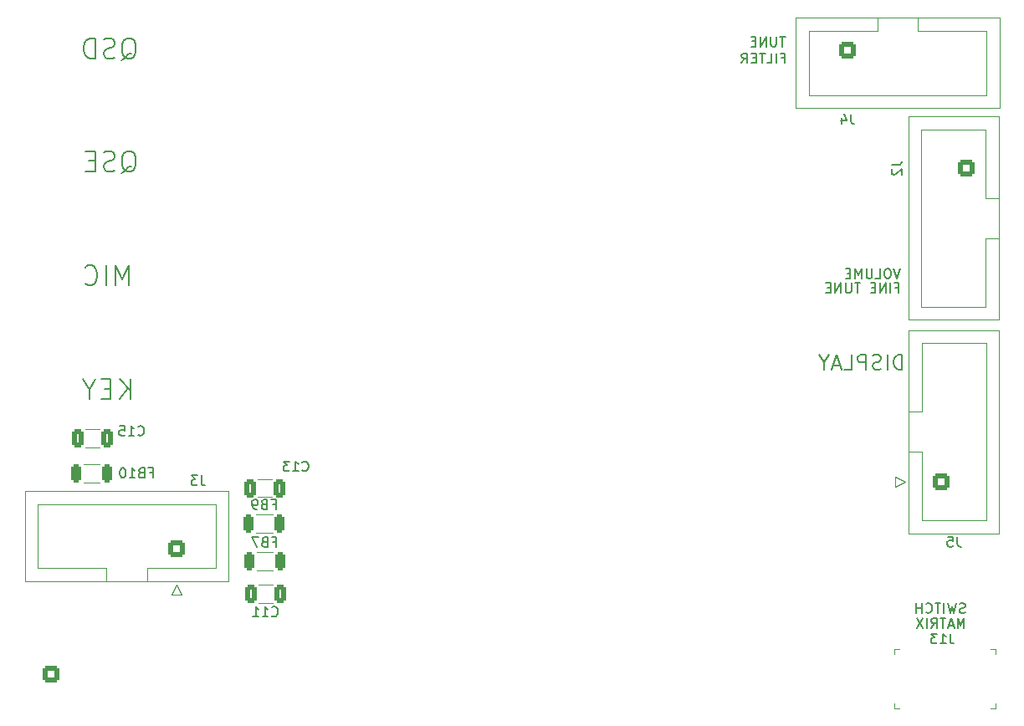
<source format=gbr>
G04 #@! TF.GenerationSoftware,KiCad,Pcbnew,8.0.4*
G04 #@! TF.CreationDate,2024-09-01T18:39:43-04:00*
G04 #@! TF.ProjectId,t41_2_main_board,7434315f-325f-46d6-9169-6e5f626f6172,1.0*
G04 #@! TF.SameCoordinates,Original*
G04 #@! TF.FileFunction,Legend,Bot*
G04 #@! TF.FilePolarity,Positive*
%FSLAX46Y46*%
G04 Gerber Fmt 4.6, Leading zero omitted, Abs format (unit mm)*
G04 Created by KiCad (PCBNEW 8.0.4) date 2024-09-01 18:39:43*
%MOMM*%
%LPD*%
G01*
G04 APERTURE LIST*
G04 Aperture macros list*
%AMRoundRect*
0 Rectangle with rounded corners*
0 $1 Rounding radius*
0 $2 $3 $4 $5 $6 $7 $8 $9 X,Y pos of 4 corners*
0 Add a 4 corners polygon primitive as box body*
4,1,4,$2,$3,$4,$5,$6,$7,$8,$9,$2,$3,0*
0 Add four circle primitives for the rounded corners*
1,1,$1+$1,$2,$3*
1,1,$1+$1,$4,$5*
1,1,$1+$1,$6,$7*
1,1,$1+$1,$8,$9*
0 Add four rect primitives between the rounded corners*
20,1,$1+$1,$2,$3,$4,$5,0*
20,1,$1+$1,$4,$5,$6,$7,0*
20,1,$1+$1,$6,$7,$8,$9,0*
20,1,$1+$1,$8,$9,$2,$3,0*%
G04 Aperture macros list end*
%ADD10C,0.150000*%
%ADD11C,0.120000*%
%ADD12C,0.100000*%
%ADD13C,2.100000*%
%ADD14C,1.700000*%
%ADD15RoundRect,0.250000X-0.600000X-0.600000X0.600000X-0.600000X0.600000X0.600000X-0.600000X0.600000X0*%
%ADD16R,1.600000X1.600000*%
%ADD17C,1.600000*%
%ADD18R,1.300000X1.300000*%
%ADD19C,1.300000*%
%ADD20RoundRect,0.250000X0.275000X0.700000X-0.275000X0.700000X-0.275000X-0.700000X0.275000X-0.700000X0*%
%ADD21RoundRect,0.250000X-0.325000X-0.650000X0.325000X-0.650000X0.325000X0.650000X-0.325000X0.650000X0*%
%ADD22RoundRect,0.250000X-0.600000X0.600000X-0.600000X-0.600000X0.600000X-0.600000X0.600000X0.600000X0*%
%ADD23RoundRect,0.250000X-0.275000X-0.700000X0.275000X-0.700000X0.275000X0.700000X-0.275000X0.700000X0*%
%ADD24RoundRect,0.250000X0.600000X0.600000X-0.600000X0.600000X-0.600000X-0.600000X0.600000X-0.600000X0*%
%ADD25RoundRect,0.250000X0.325000X0.650000X-0.325000X0.650000X-0.325000X-0.650000X0.325000X-0.650000X0*%
%ADD26RoundRect,0.250000X0.600000X-0.600000X0.600000X0.600000X-0.600000X0.600000X-0.600000X-0.600000X0*%
G04 APERTURE END LIST*
D10*
X173904287Y-58414009D02*
X174237620Y-58414009D01*
X174237620Y-58937819D02*
X174237620Y-57937819D01*
X174237620Y-57937819D02*
X173761430Y-57937819D01*
X173380477Y-58937819D02*
X173380477Y-57937819D01*
X172428097Y-58937819D02*
X172904287Y-58937819D01*
X172904287Y-58937819D02*
X172904287Y-57937819D01*
X172237620Y-57937819D02*
X171666192Y-57937819D01*
X171951906Y-58937819D02*
X171951906Y-57937819D01*
X171332858Y-58414009D02*
X170999525Y-58414009D01*
X170856668Y-58937819D02*
X171332858Y-58937819D01*
X171332858Y-58937819D02*
X171332858Y-57937819D01*
X171332858Y-57937819D02*
X170856668Y-57937819D01*
X169856668Y-58937819D02*
X170190001Y-58461628D01*
X170428096Y-58937819D02*
X170428096Y-57937819D01*
X170428096Y-57937819D02*
X170047144Y-57937819D01*
X170047144Y-57937819D02*
X169951906Y-57985438D01*
X169951906Y-57985438D02*
X169904287Y-58033057D01*
X169904287Y-58033057D02*
X169856668Y-58128295D01*
X169856668Y-58128295D02*
X169856668Y-58271152D01*
X169856668Y-58271152D02*
X169904287Y-58366390D01*
X169904287Y-58366390D02*
X169951906Y-58414009D01*
X169951906Y-58414009D02*
X170047144Y-58461628D01*
X170047144Y-58461628D02*
X170428096Y-58461628D01*
X174278877Y-56261419D02*
X173707449Y-56261419D01*
X173993163Y-57261419D02*
X173993163Y-56261419D01*
X173374115Y-56261419D02*
X173374115Y-57070942D01*
X173374115Y-57070942D02*
X173326496Y-57166180D01*
X173326496Y-57166180D02*
X173278877Y-57213800D01*
X173278877Y-57213800D02*
X173183639Y-57261419D01*
X173183639Y-57261419D02*
X172993163Y-57261419D01*
X172993163Y-57261419D02*
X172897925Y-57213800D01*
X172897925Y-57213800D02*
X172850306Y-57166180D01*
X172850306Y-57166180D02*
X172802687Y-57070942D01*
X172802687Y-57070942D02*
X172802687Y-56261419D01*
X172326496Y-57261419D02*
X172326496Y-56261419D01*
X172326496Y-56261419D02*
X171755068Y-57261419D01*
X171755068Y-57261419D02*
X171755068Y-56261419D01*
X171278877Y-56737609D02*
X170945544Y-56737609D01*
X170802687Y-57261419D02*
X171278877Y-57261419D01*
X171278877Y-57261419D02*
X171278877Y-56261419D01*
X171278877Y-56261419D02*
X170802687Y-56261419D01*
X185435887Y-81680409D02*
X185769220Y-81680409D01*
X185769220Y-82204219D02*
X185769220Y-81204219D01*
X185769220Y-81204219D02*
X185293030Y-81204219D01*
X184912077Y-82204219D02*
X184912077Y-81204219D01*
X184435887Y-82204219D02*
X184435887Y-81204219D01*
X184435887Y-81204219D02*
X183864459Y-82204219D01*
X183864459Y-82204219D02*
X183864459Y-81204219D01*
X183388268Y-81680409D02*
X183054935Y-81680409D01*
X182912078Y-82204219D02*
X183388268Y-82204219D01*
X183388268Y-82204219D02*
X183388268Y-81204219D01*
X183388268Y-81204219D02*
X182912078Y-81204219D01*
X181864458Y-81204219D02*
X181293030Y-81204219D01*
X181578744Y-82204219D02*
X181578744Y-81204219D01*
X180959696Y-81204219D02*
X180959696Y-82013742D01*
X180959696Y-82013742D02*
X180912077Y-82108980D01*
X180912077Y-82108980D02*
X180864458Y-82156600D01*
X180864458Y-82156600D02*
X180769220Y-82204219D01*
X180769220Y-82204219D02*
X180578744Y-82204219D01*
X180578744Y-82204219D02*
X180483506Y-82156600D01*
X180483506Y-82156600D02*
X180435887Y-82108980D01*
X180435887Y-82108980D02*
X180388268Y-82013742D01*
X180388268Y-82013742D02*
X180388268Y-81204219D01*
X179912077Y-82204219D02*
X179912077Y-81204219D01*
X179912077Y-81204219D02*
X179340649Y-82204219D01*
X179340649Y-82204219D02*
X179340649Y-81204219D01*
X178864458Y-81680409D02*
X178531125Y-81680409D01*
X178388268Y-82204219D02*
X178864458Y-82204219D01*
X178864458Y-82204219D02*
X178864458Y-81204219D01*
X178864458Y-81204219D02*
X178388268Y-81204219D01*
X185912077Y-79731019D02*
X185578744Y-80731019D01*
X185578744Y-80731019D02*
X185245411Y-79731019D01*
X184721601Y-79731019D02*
X184531125Y-79731019D01*
X184531125Y-79731019D02*
X184435887Y-79778638D01*
X184435887Y-79778638D02*
X184340649Y-79873876D01*
X184340649Y-79873876D02*
X184293030Y-80064352D01*
X184293030Y-80064352D02*
X184293030Y-80397685D01*
X184293030Y-80397685D02*
X184340649Y-80588161D01*
X184340649Y-80588161D02*
X184435887Y-80683400D01*
X184435887Y-80683400D02*
X184531125Y-80731019D01*
X184531125Y-80731019D02*
X184721601Y-80731019D01*
X184721601Y-80731019D02*
X184816839Y-80683400D01*
X184816839Y-80683400D02*
X184912077Y-80588161D01*
X184912077Y-80588161D02*
X184959696Y-80397685D01*
X184959696Y-80397685D02*
X184959696Y-80064352D01*
X184959696Y-80064352D02*
X184912077Y-79873876D01*
X184912077Y-79873876D02*
X184816839Y-79778638D01*
X184816839Y-79778638D02*
X184721601Y-79731019D01*
X183388268Y-80731019D02*
X183864458Y-80731019D01*
X183864458Y-80731019D02*
X183864458Y-79731019D01*
X183054934Y-79731019D02*
X183054934Y-80540542D01*
X183054934Y-80540542D02*
X183007315Y-80635780D01*
X183007315Y-80635780D02*
X182959696Y-80683400D01*
X182959696Y-80683400D02*
X182864458Y-80731019D01*
X182864458Y-80731019D02*
X182673982Y-80731019D01*
X182673982Y-80731019D02*
X182578744Y-80683400D01*
X182578744Y-80683400D02*
X182531125Y-80635780D01*
X182531125Y-80635780D02*
X182483506Y-80540542D01*
X182483506Y-80540542D02*
X182483506Y-79731019D01*
X182007315Y-80731019D02*
X182007315Y-79731019D01*
X182007315Y-79731019D02*
X181673982Y-80445304D01*
X181673982Y-80445304D02*
X181340649Y-79731019D01*
X181340649Y-79731019D02*
X181340649Y-80731019D01*
X180864458Y-80207209D02*
X180531125Y-80207209D01*
X180388268Y-80731019D02*
X180864458Y-80731019D01*
X180864458Y-80731019D02*
X180864458Y-79731019D01*
X180864458Y-79731019D02*
X180388268Y-79731019D01*
X186107373Y-89966228D02*
X186107373Y-88466228D01*
X186107373Y-88466228D02*
X185750230Y-88466228D01*
X185750230Y-88466228D02*
X185535944Y-88537657D01*
X185535944Y-88537657D02*
X185393087Y-88680514D01*
X185393087Y-88680514D02*
X185321658Y-88823371D01*
X185321658Y-88823371D02*
X185250230Y-89109085D01*
X185250230Y-89109085D02*
X185250230Y-89323371D01*
X185250230Y-89323371D02*
X185321658Y-89609085D01*
X185321658Y-89609085D02*
X185393087Y-89751942D01*
X185393087Y-89751942D02*
X185535944Y-89894800D01*
X185535944Y-89894800D02*
X185750230Y-89966228D01*
X185750230Y-89966228D02*
X186107373Y-89966228D01*
X184607373Y-89966228D02*
X184607373Y-88466228D01*
X183964515Y-89894800D02*
X183750230Y-89966228D01*
X183750230Y-89966228D02*
X183393087Y-89966228D01*
X183393087Y-89966228D02*
X183250230Y-89894800D01*
X183250230Y-89894800D02*
X183178801Y-89823371D01*
X183178801Y-89823371D02*
X183107372Y-89680514D01*
X183107372Y-89680514D02*
X183107372Y-89537657D01*
X183107372Y-89537657D02*
X183178801Y-89394800D01*
X183178801Y-89394800D02*
X183250230Y-89323371D01*
X183250230Y-89323371D02*
X183393087Y-89251942D01*
X183393087Y-89251942D02*
X183678801Y-89180514D01*
X183678801Y-89180514D02*
X183821658Y-89109085D01*
X183821658Y-89109085D02*
X183893087Y-89037657D01*
X183893087Y-89037657D02*
X183964515Y-88894800D01*
X183964515Y-88894800D02*
X183964515Y-88751942D01*
X183964515Y-88751942D02*
X183893087Y-88609085D01*
X183893087Y-88609085D02*
X183821658Y-88537657D01*
X183821658Y-88537657D02*
X183678801Y-88466228D01*
X183678801Y-88466228D02*
X183321658Y-88466228D01*
X183321658Y-88466228D02*
X183107372Y-88537657D01*
X182464516Y-89966228D02*
X182464516Y-88466228D01*
X182464516Y-88466228D02*
X181893087Y-88466228D01*
X181893087Y-88466228D02*
X181750230Y-88537657D01*
X181750230Y-88537657D02*
X181678801Y-88609085D01*
X181678801Y-88609085D02*
X181607373Y-88751942D01*
X181607373Y-88751942D02*
X181607373Y-88966228D01*
X181607373Y-88966228D02*
X181678801Y-89109085D01*
X181678801Y-89109085D02*
X181750230Y-89180514D01*
X181750230Y-89180514D02*
X181893087Y-89251942D01*
X181893087Y-89251942D02*
X182464516Y-89251942D01*
X180250230Y-89966228D02*
X180964516Y-89966228D01*
X180964516Y-89966228D02*
X180964516Y-88466228D01*
X179821658Y-89537657D02*
X179107373Y-89537657D01*
X179964515Y-89966228D02*
X179464515Y-88466228D01*
X179464515Y-88466228D02*
X178964515Y-89966228D01*
X178178801Y-89251942D02*
X178178801Y-89966228D01*
X178678801Y-88466228D02*
X178178801Y-89251942D01*
X178178801Y-89251942D02*
X177678801Y-88466228D01*
X192373220Y-116138619D02*
X192373220Y-115138619D01*
X192373220Y-115138619D02*
X192039887Y-115852904D01*
X192039887Y-115852904D02*
X191706554Y-115138619D01*
X191706554Y-115138619D02*
X191706554Y-116138619D01*
X191277982Y-115852904D02*
X190801792Y-115852904D01*
X191373220Y-116138619D02*
X191039887Y-115138619D01*
X191039887Y-115138619D02*
X190706554Y-116138619D01*
X190516077Y-115138619D02*
X189944649Y-115138619D01*
X190230363Y-116138619D02*
X190230363Y-115138619D01*
X189039887Y-116138619D02*
X189373220Y-115662428D01*
X189611315Y-116138619D02*
X189611315Y-115138619D01*
X189611315Y-115138619D02*
X189230363Y-115138619D01*
X189230363Y-115138619D02*
X189135125Y-115186238D01*
X189135125Y-115186238D02*
X189087506Y-115233857D01*
X189087506Y-115233857D02*
X189039887Y-115329095D01*
X189039887Y-115329095D02*
X189039887Y-115471952D01*
X189039887Y-115471952D02*
X189087506Y-115567190D01*
X189087506Y-115567190D02*
X189135125Y-115614809D01*
X189135125Y-115614809D02*
X189230363Y-115662428D01*
X189230363Y-115662428D02*
X189611315Y-115662428D01*
X188611315Y-116138619D02*
X188611315Y-115138619D01*
X188230363Y-115138619D02*
X187563697Y-116138619D01*
X187563697Y-115138619D02*
X188230363Y-116138619D01*
X192471639Y-114567000D02*
X192328782Y-114614619D01*
X192328782Y-114614619D02*
X192090687Y-114614619D01*
X192090687Y-114614619D02*
X191995449Y-114567000D01*
X191995449Y-114567000D02*
X191947830Y-114519380D01*
X191947830Y-114519380D02*
X191900211Y-114424142D01*
X191900211Y-114424142D02*
X191900211Y-114328904D01*
X191900211Y-114328904D02*
X191947830Y-114233666D01*
X191947830Y-114233666D02*
X191995449Y-114186047D01*
X191995449Y-114186047D02*
X192090687Y-114138428D01*
X192090687Y-114138428D02*
X192281163Y-114090809D01*
X192281163Y-114090809D02*
X192376401Y-114043190D01*
X192376401Y-114043190D02*
X192424020Y-113995571D01*
X192424020Y-113995571D02*
X192471639Y-113900333D01*
X192471639Y-113900333D02*
X192471639Y-113805095D01*
X192471639Y-113805095D02*
X192424020Y-113709857D01*
X192424020Y-113709857D02*
X192376401Y-113662238D01*
X192376401Y-113662238D02*
X192281163Y-113614619D01*
X192281163Y-113614619D02*
X192043068Y-113614619D01*
X192043068Y-113614619D02*
X191900211Y-113662238D01*
X191566877Y-113614619D02*
X191328782Y-114614619D01*
X191328782Y-114614619D02*
X191138306Y-113900333D01*
X191138306Y-113900333D02*
X190947830Y-114614619D01*
X190947830Y-114614619D02*
X190709735Y-113614619D01*
X190328782Y-114614619D02*
X190328782Y-113614619D01*
X189995449Y-113614619D02*
X189424021Y-113614619D01*
X189709735Y-114614619D02*
X189709735Y-113614619D01*
X188519259Y-114519380D02*
X188566878Y-114567000D01*
X188566878Y-114567000D02*
X188709735Y-114614619D01*
X188709735Y-114614619D02*
X188804973Y-114614619D01*
X188804973Y-114614619D02*
X188947830Y-114567000D01*
X188947830Y-114567000D02*
X189043068Y-114471761D01*
X189043068Y-114471761D02*
X189090687Y-114376523D01*
X189090687Y-114376523D02*
X189138306Y-114186047D01*
X189138306Y-114186047D02*
X189138306Y-114043190D01*
X189138306Y-114043190D02*
X189090687Y-113852714D01*
X189090687Y-113852714D02*
X189043068Y-113757476D01*
X189043068Y-113757476D02*
X188947830Y-113662238D01*
X188947830Y-113662238D02*
X188804973Y-113614619D01*
X188804973Y-113614619D02*
X188709735Y-113614619D01*
X188709735Y-113614619D02*
X188566878Y-113662238D01*
X188566878Y-113662238D02*
X188519259Y-113709857D01*
X188090687Y-114614619D02*
X188090687Y-113614619D01*
X188090687Y-114090809D02*
X187519259Y-114090809D01*
X187519259Y-114614619D02*
X187519259Y-113614619D01*
X107083392Y-70080314D02*
X107273868Y-69985076D01*
X107273868Y-69985076D02*
X107464344Y-69794600D01*
X107464344Y-69794600D02*
X107750058Y-69508885D01*
X107750058Y-69508885D02*
X107940535Y-69413647D01*
X107940535Y-69413647D02*
X108131011Y-69413647D01*
X108035773Y-69889838D02*
X108226249Y-69794600D01*
X108226249Y-69794600D02*
X108416725Y-69604123D01*
X108416725Y-69604123D02*
X108511963Y-69223171D01*
X108511963Y-69223171D02*
X108511963Y-68556504D01*
X108511963Y-68556504D02*
X108416725Y-68175552D01*
X108416725Y-68175552D02*
X108226249Y-67985076D01*
X108226249Y-67985076D02*
X108035773Y-67889838D01*
X108035773Y-67889838D02*
X107654820Y-67889838D01*
X107654820Y-67889838D02*
X107464344Y-67985076D01*
X107464344Y-67985076D02*
X107273868Y-68175552D01*
X107273868Y-68175552D02*
X107178630Y-68556504D01*
X107178630Y-68556504D02*
X107178630Y-69223171D01*
X107178630Y-69223171D02*
X107273868Y-69604123D01*
X107273868Y-69604123D02*
X107464344Y-69794600D01*
X107464344Y-69794600D02*
X107654820Y-69889838D01*
X107654820Y-69889838D02*
X108035773Y-69889838D01*
X106416725Y-69794600D02*
X106131011Y-69889838D01*
X106131011Y-69889838D02*
X105654820Y-69889838D01*
X105654820Y-69889838D02*
X105464344Y-69794600D01*
X105464344Y-69794600D02*
X105369106Y-69699361D01*
X105369106Y-69699361D02*
X105273868Y-69508885D01*
X105273868Y-69508885D02*
X105273868Y-69318409D01*
X105273868Y-69318409D02*
X105369106Y-69127933D01*
X105369106Y-69127933D02*
X105464344Y-69032695D01*
X105464344Y-69032695D02*
X105654820Y-68937457D01*
X105654820Y-68937457D02*
X106035773Y-68842219D01*
X106035773Y-68842219D02*
X106226249Y-68746980D01*
X106226249Y-68746980D02*
X106321487Y-68651742D01*
X106321487Y-68651742D02*
X106416725Y-68461266D01*
X106416725Y-68461266D02*
X106416725Y-68270790D01*
X106416725Y-68270790D02*
X106321487Y-68080314D01*
X106321487Y-68080314D02*
X106226249Y-67985076D01*
X106226249Y-67985076D02*
X106035773Y-67889838D01*
X106035773Y-67889838D02*
X105559582Y-67889838D01*
X105559582Y-67889838D02*
X105273868Y-67985076D01*
X104416725Y-68842219D02*
X103750058Y-68842219D01*
X103464344Y-69889838D02*
X104416725Y-69889838D01*
X104416725Y-69889838D02*
X104416725Y-67889838D01*
X104416725Y-67889838D02*
X103464344Y-67889838D01*
X108010325Y-92953038D02*
X108010325Y-90953038D01*
X106867468Y-92953038D02*
X107724611Y-91810180D01*
X106867468Y-90953038D02*
X108010325Y-92095895D01*
X106010325Y-91905419D02*
X105343658Y-91905419D01*
X105057944Y-92953038D02*
X106010325Y-92953038D01*
X106010325Y-92953038D02*
X106010325Y-90953038D01*
X106010325Y-90953038D02*
X105057944Y-90953038D01*
X103819849Y-92000657D02*
X103819849Y-92953038D01*
X104486515Y-90953038D02*
X103819849Y-92000657D01*
X103819849Y-92000657D02*
X103153182Y-90953038D01*
X107083392Y-58650314D02*
X107273868Y-58555076D01*
X107273868Y-58555076D02*
X107464344Y-58364600D01*
X107464344Y-58364600D02*
X107750058Y-58078885D01*
X107750058Y-58078885D02*
X107940535Y-57983647D01*
X107940535Y-57983647D02*
X108131011Y-57983647D01*
X108035773Y-58459838D02*
X108226249Y-58364600D01*
X108226249Y-58364600D02*
X108416725Y-58174123D01*
X108416725Y-58174123D02*
X108511963Y-57793171D01*
X108511963Y-57793171D02*
X108511963Y-57126504D01*
X108511963Y-57126504D02*
X108416725Y-56745552D01*
X108416725Y-56745552D02*
X108226249Y-56555076D01*
X108226249Y-56555076D02*
X108035773Y-56459838D01*
X108035773Y-56459838D02*
X107654820Y-56459838D01*
X107654820Y-56459838D02*
X107464344Y-56555076D01*
X107464344Y-56555076D02*
X107273868Y-56745552D01*
X107273868Y-56745552D02*
X107178630Y-57126504D01*
X107178630Y-57126504D02*
X107178630Y-57793171D01*
X107178630Y-57793171D02*
X107273868Y-58174123D01*
X107273868Y-58174123D02*
X107464344Y-58364600D01*
X107464344Y-58364600D02*
X107654820Y-58459838D01*
X107654820Y-58459838D02*
X108035773Y-58459838D01*
X106416725Y-58364600D02*
X106131011Y-58459838D01*
X106131011Y-58459838D02*
X105654820Y-58459838D01*
X105654820Y-58459838D02*
X105464344Y-58364600D01*
X105464344Y-58364600D02*
X105369106Y-58269361D01*
X105369106Y-58269361D02*
X105273868Y-58078885D01*
X105273868Y-58078885D02*
X105273868Y-57888409D01*
X105273868Y-57888409D02*
X105369106Y-57697933D01*
X105369106Y-57697933D02*
X105464344Y-57602695D01*
X105464344Y-57602695D02*
X105654820Y-57507457D01*
X105654820Y-57507457D02*
X106035773Y-57412219D01*
X106035773Y-57412219D02*
X106226249Y-57316980D01*
X106226249Y-57316980D02*
X106321487Y-57221742D01*
X106321487Y-57221742D02*
X106416725Y-57031266D01*
X106416725Y-57031266D02*
X106416725Y-56840790D01*
X106416725Y-56840790D02*
X106321487Y-56650314D01*
X106321487Y-56650314D02*
X106226249Y-56555076D01*
X106226249Y-56555076D02*
X106035773Y-56459838D01*
X106035773Y-56459838D02*
X105559582Y-56459838D01*
X105559582Y-56459838D02*
X105273868Y-56555076D01*
X104416725Y-58459838D02*
X104416725Y-56459838D01*
X104416725Y-56459838D02*
X103940535Y-56459838D01*
X103940535Y-56459838D02*
X103654820Y-56555076D01*
X103654820Y-56555076D02*
X103464344Y-56745552D01*
X103464344Y-56745552D02*
X103369106Y-56936028D01*
X103369106Y-56936028D02*
X103273868Y-57316980D01*
X103273868Y-57316980D02*
X103273868Y-57602695D01*
X103273868Y-57602695D02*
X103369106Y-57983647D01*
X103369106Y-57983647D02*
X103464344Y-58174123D01*
X103464344Y-58174123D02*
X103654820Y-58364600D01*
X103654820Y-58364600D02*
X103940535Y-58459838D01*
X103940535Y-58459838D02*
X104416725Y-58459838D01*
X107807125Y-81421438D02*
X107807125Y-79421438D01*
X107807125Y-79421438D02*
X107140458Y-80850009D01*
X107140458Y-80850009D02*
X106473792Y-79421438D01*
X106473792Y-79421438D02*
X106473792Y-81421438D01*
X105521411Y-81421438D02*
X105521411Y-79421438D01*
X103426173Y-81230961D02*
X103521411Y-81326200D01*
X103521411Y-81326200D02*
X103807125Y-81421438D01*
X103807125Y-81421438D02*
X103997601Y-81421438D01*
X103997601Y-81421438D02*
X104283316Y-81326200D01*
X104283316Y-81326200D02*
X104473792Y-81135723D01*
X104473792Y-81135723D02*
X104569030Y-80945247D01*
X104569030Y-80945247D02*
X104664268Y-80564295D01*
X104664268Y-80564295D02*
X104664268Y-80278580D01*
X104664268Y-80278580D02*
X104569030Y-79897628D01*
X104569030Y-79897628D02*
X104473792Y-79707152D01*
X104473792Y-79707152D02*
X104283316Y-79516676D01*
X104283316Y-79516676D02*
X103997601Y-79421438D01*
X103997601Y-79421438D02*
X103807125Y-79421438D01*
X103807125Y-79421438D02*
X103521411Y-79516676D01*
X103521411Y-79516676D02*
X103426173Y-79611914D01*
X122372333Y-103581009D02*
X122705666Y-103581009D01*
X122705666Y-104104819D02*
X122705666Y-103104819D01*
X122705666Y-103104819D02*
X122229476Y-103104819D01*
X121515190Y-103581009D02*
X121372333Y-103628628D01*
X121372333Y-103628628D02*
X121324714Y-103676247D01*
X121324714Y-103676247D02*
X121277095Y-103771485D01*
X121277095Y-103771485D02*
X121277095Y-103914342D01*
X121277095Y-103914342D02*
X121324714Y-104009580D01*
X121324714Y-104009580D02*
X121372333Y-104057200D01*
X121372333Y-104057200D02*
X121467571Y-104104819D01*
X121467571Y-104104819D02*
X121848523Y-104104819D01*
X121848523Y-104104819D02*
X121848523Y-103104819D01*
X121848523Y-103104819D02*
X121515190Y-103104819D01*
X121515190Y-103104819D02*
X121419952Y-103152438D01*
X121419952Y-103152438D02*
X121372333Y-103200057D01*
X121372333Y-103200057D02*
X121324714Y-103295295D01*
X121324714Y-103295295D02*
X121324714Y-103390533D01*
X121324714Y-103390533D02*
X121372333Y-103485771D01*
X121372333Y-103485771D02*
X121419952Y-103533390D01*
X121419952Y-103533390D02*
X121515190Y-103581009D01*
X121515190Y-103581009D02*
X121848523Y-103581009D01*
X120800904Y-104104819D02*
X120610428Y-104104819D01*
X120610428Y-104104819D02*
X120515190Y-104057200D01*
X120515190Y-104057200D02*
X120467571Y-104009580D01*
X120467571Y-104009580D02*
X120372333Y-103866723D01*
X120372333Y-103866723D02*
X120324714Y-103676247D01*
X120324714Y-103676247D02*
X120324714Y-103295295D01*
X120324714Y-103295295D02*
X120372333Y-103200057D01*
X120372333Y-103200057D02*
X120419952Y-103152438D01*
X120419952Y-103152438D02*
X120515190Y-103104819D01*
X120515190Y-103104819D02*
X120705666Y-103104819D01*
X120705666Y-103104819D02*
X120800904Y-103152438D01*
X120800904Y-103152438D02*
X120848523Y-103200057D01*
X120848523Y-103200057D02*
X120896142Y-103295295D01*
X120896142Y-103295295D02*
X120896142Y-103533390D01*
X120896142Y-103533390D02*
X120848523Y-103628628D01*
X120848523Y-103628628D02*
X120800904Y-103676247D01*
X120800904Y-103676247D02*
X120705666Y-103723866D01*
X120705666Y-103723866D02*
X120515190Y-103723866D01*
X120515190Y-103723866D02*
X120419952Y-103676247D01*
X120419952Y-103676247D02*
X120372333Y-103628628D01*
X120372333Y-103628628D02*
X120324714Y-103533390D01*
X122423333Y-107391009D02*
X122756666Y-107391009D01*
X122756666Y-107914819D02*
X122756666Y-106914819D01*
X122756666Y-106914819D02*
X122280476Y-106914819D01*
X121566190Y-107391009D02*
X121423333Y-107438628D01*
X121423333Y-107438628D02*
X121375714Y-107486247D01*
X121375714Y-107486247D02*
X121328095Y-107581485D01*
X121328095Y-107581485D02*
X121328095Y-107724342D01*
X121328095Y-107724342D02*
X121375714Y-107819580D01*
X121375714Y-107819580D02*
X121423333Y-107867200D01*
X121423333Y-107867200D02*
X121518571Y-107914819D01*
X121518571Y-107914819D02*
X121899523Y-107914819D01*
X121899523Y-107914819D02*
X121899523Y-106914819D01*
X121899523Y-106914819D02*
X121566190Y-106914819D01*
X121566190Y-106914819D02*
X121470952Y-106962438D01*
X121470952Y-106962438D02*
X121423333Y-107010057D01*
X121423333Y-107010057D02*
X121375714Y-107105295D01*
X121375714Y-107105295D02*
X121375714Y-107200533D01*
X121375714Y-107200533D02*
X121423333Y-107295771D01*
X121423333Y-107295771D02*
X121470952Y-107343390D01*
X121470952Y-107343390D02*
X121566190Y-107391009D01*
X121566190Y-107391009D02*
X121899523Y-107391009D01*
X120994761Y-106914819D02*
X120328095Y-106914819D01*
X120328095Y-106914819D02*
X120756666Y-107914819D01*
X122310857Y-114871580D02*
X122358476Y-114919200D01*
X122358476Y-114919200D02*
X122501333Y-114966819D01*
X122501333Y-114966819D02*
X122596571Y-114966819D01*
X122596571Y-114966819D02*
X122739428Y-114919200D01*
X122739428Y-114919200D02*
X122834666Y-114823961D01*
X122834666Y-114823961D02*
X122882285Y-114728723D01*
X122882285Y-114728723D02*
X122929904Y-114538247D01*
X122929904Y-114538247D02*
X122929904Y-114395390D01*
X122929904Y-114395390D02*
X122882285Y-114204914D01*
X122882285Y-114204914D02*
X122834666Y-114109676D01*
X122834666Y-114109676D02*
X122739428Y-114014438D01*
X122739428Y-114014438D02*
X122596571Y-113966819D01*
X122596571Y-113966819D02*
X122501333Y-113966819D01*
X122501333Y-113966819D02*
X122358476Y-114014438D01*
X122358476Y-114014438D02*
X122310857Y-114062057D01*
X121358476Y-114966819D02*
X121929904Y-114966819D01*
X121644190Y-114966819D02*
X121644190Y-113966819D01*
X121644190Y-113966819D02*
X121739428Y-114109676D01*
X121739428Y-114109676D02*
X121834666Y-114204914D01*
X121834666Y-114204914D02*
X121929904Y-114252533D01*
X120406095Y-114966819D02*
X120977523Y-114966819D01*
X120691809Y-114966819D02*
X120691809Y-113966819D01*
X120691809Y-113966819D02*
X120787047Y-114109676D01*
X120787047Y-114109676D02*
X120882285Y-114204914D01*
X120882285Y-114204914D02*
X120977523Y-114252533D01*
X180902133Y-64120319D02*
X180902133Y-64834604D01*
X180902133Y-64834604D02*
X180949752Y-64977461D01*
X180949752Y-64977461D02*
X181044990Y-65072700D01*
X181044990Y-65072700D02*
X181187847Y-65120319D01*
X181187847Y-65120319D02*
X181283085Y-65120319D01*
X179997371Y-64453652D02*
X179997371Y-65120319D01*
X180235466Y-64072700D02*
X180473561Y-64786985D01*
X180473561Y-64786985D02*
X179854514Y-64786985D01*
X191671733Y-106888419D02*
X191671733Y-107602704D01*
X191671733Y-107602704D02*
X191719352Y-107745561D01*
X191719352Y-107745561D02*
X191814590Y-107840800D01*
X191814590Y-107840800D02*
X191957447Y-107888419D01*
X191957447Y-107888419D02*
X192052685Y-107888419D01*
X190719352Y-106888419D02*
X191195542Y-106888419D01*
X191195542Y-106888419D02*
X191243161Y-107364609D01*
X191243161Y-107364609D02*
X191195542Y-107316990D01*
X191195542Y-107316990D02*
X191100304Y-107269371D01*
X191100304Y-107269371D02*
X190862209Y-107269371D01*
X190862209Y-107269371D02*
X190766971Y-107316990D01*
X190766971Y-107316990D02*
X190719352Y-107364609D01*
X190719352Y-107364609D02*
X190671733Y-107459847D01*
X190671733Y-107459847D02*
X190671733Y-107697942D01*
X190671733Y-107697942D02*
X190719352Y-107793180D01*
X190719352Y-107793180D02*
X190766971Y-107840800D01*
X190766971Y-107840800D02*
X190862209Y-107888419D01*
X190862209Y-107888419D02*
X191100304Y-107888419D01*
X191100304Y-107888419D02*
X191195542Y-107840800D01*
X191195542Y-107840800D02*
X191243161Y-107793180D01*
X109945523Y-100401009D02*
X110278856Y-100401009D01*
X110278856Y-100924819D02*
X110278856Y-99924819D01*
X110278856Y-99924819D02*
X109802666Y-99924819D01*
X109088380Y-100401009D02*
X108945523Y-100448628D01*
X108945523Y-100448628D02*
X108897904Y-100496247D01*
X108897904Y-100496247D02*
X108850285Y-100591485D01*
X108850285Y-100591485D02*
X108850285Y-100734342D01*
X108850285Y-100734342D02*
X108897904Y-100829580D01*
X108897904Y-100829580D02*
X108945523Y-100877200D01*
X108945523Y-100877200D02*
X109040761Y-100924819D01*
X109040761Y-100924819D02*
X109421713Y-100924819D01*
X109421713Y-100924819D02*
X109421713Y-99924819D01*
X109421713Y-99924819D02*
X109088380Y-99924819D01*
X109088380Y-99924819D02*
X108993142Y-99972438D01*
X108993142Y-99972438D02*
X108945523Y-100020057D01*
X108945523Y-100020057D02*
X108897904Y-100115295D01*
X108897904Y-100115295D02*
X108897904Y-100210533D01*
X108897904Y-100210533D02*
X108945523Y-100305771D01*
X108945523Y-100305771D02*
X108993142Y-100353390D01*
X108993142Y-100353390D02*
X109088380Y-100401009D01*
X109088380Y-100401009D02*
X109421713Y-100401009D01*
X107897904Y-100924819D02*
X108469332Y-100924819D01*
X108183618Y-100924819D02*
X108183618Y-99924819D01*
X108183618Y-99924819D02*
X108278856Y-100067676D01*
X108278856Y-100067676D02*
X108374094Y-100162914D01*
X108374094Y-100162914D02*
X108469332Y-100210533D01*
X107278856Y-99924819D02*
X107183618Y-99924819D01*
X107183618Y-99924819D02*
X107088380Y-99972438D01*
X107088380Y-99972438D02*
X107040761Y-100020057D01*
X107040761Y-100020057D02*
X106993142Y-100115295D01*
X106993142Y-100115295D02*
X106945523Y-100305771D01*
X106945523Y-100305771D02*
X106945523Y-100543866D01*
X106945523Y-100543866D02*
X106993142Y-100734342D01*
X106993142Y-100734342D02*
X107040761Y-100829580D01*
X107040761Y-100829580D02*
X107088380Y-100877200D01*
X107088380Y-100877200D02*
X107183618Y-100924819D01*
X107183618Y-100924819D02*
X107278856Y-100924819D01*
X107278856Y-100924819D02*
X107374094Y-100877200D01*
X107374094Y-100877200D02*
X107421713Y-100829580D01*
X107421713Y-100829580D02*
X107469332Y-100734342D01*
X107469332Y-100734342D02*
X107516951Y-100543866D01*
X107516951Y-100543866D02*
X107516951Y-100305771D01*
X107516951Y-100305771D02*
X107469332Y-100115295D01*
X107469332Y-100115295D02*
X107421713Y-100020057D01*
X107421713Y-100020057D02*
X107374094Y-99972438D01*
X107374094Y-99972438D02*
X107278856Y-99924819D01*
X190951723Y-116702019D02*
X190951723Y-117416304D01*
X190951723Y-117416304D02*
X190999342Y-117559161D01*
X190999342Y-117559161D02*
X191094580Y-117654400D01*
X191094580Y-117654400D02*
X191237437Y-117702019D01*
X191237437Y-117702019D02*
X191332675Y-117702019D01*
X189951723Y-117702019D02*
X190523151Y-117702019D01*
X190237437Y-117702019D02*
X190237437Y-116702019D01*
X190237437Y-116702019D02*
X190332675Y-116844876D01*
X190332675Y-116844876D02*
X190427913Y-116940114D01*
X190427913Y-116940114D02*
X190523151Y-116987733D01*
X189618389Y-116702019D02*
X188999342Y-116702019D01*
X188999342Y-116702019D02*
X189332675Y-117082971D01*
X189332675Y-117082971D02*
X189189818Y-117082971D01*
X189189818Y-117082971D02*
X189094580Y-117130590D01*
X189094580Y-117130590D02*
X189046961Y-117178209D01*
X189046961Y-117178209D02*
X188999342Y-117273447D01*
X188999342Y-117273447D02*
X188999342Y-117511542D01*
X188999342Y-117511542D02*
X189046961Y-117606780D01*
X189046961Y-117606780D02*
X189094580Y-117654400D01*
X189094580Y-117654400D02*
X189189818Y-117702019D01*
X189189818Y-117702019D02*
X189475532Y-117702019D01*
X189475532Y-117702019D02*
X189570770Y-117654400D01*
X189570770Y-117654400D02*
X189618389Y-117606780D01*
X185043319Y-69250266D02*
X185757604Y-69250266D01*
X185757604Y-69250266D02*
X185900461Y-69202647D01*
X185900461Y-69202647D02*
X185995700Y-69107409D01*
X185995700Y-69107409D02*
X186043319Y-68964552D01*
X186043319Y-68964552D02*
X186043319Y-68869314D01*
X185138557Y-69678838D02*
X185090938Y-69726457D01*
X185090938Y-69726457D02*
X185043319Y-69821695D01*
X185043319Y-69821695D02*
X185043319Y-70059790D01*
X185043319Y-70059790D02*
X185090938Y-70155028D01*
X185090938Y-70155028D02*
X185138557Y-70202647D01*
X185138557Y-70202647D02*
X185233795Y-70250266D01*
X185233795Y-70250266D02*
X185329033Y-70250266D01*
X185329033Y-70250266D02*
X185471890Y-70202647D01*
X185471890Y-70202647D02*
X186043319Y-69631219D01*
X186043319Y-69631219D02*
X186043319Y-70250266D01*
X125382457Y-100169180D02*
X125430076Y-100216800D01*
X125430076Y-100216800D02*
X125572933Y-100264419D01*
X125572933Y-100264419D02*
X125668171Y-100264419D01*
X125668171Y-100264419D02*
X125811028Y-100216800D01*
X125811028Y-100216800D02*
X125906266Y-100121561D01*
X125906266Y-100121561D02*
X125953885Y-100026323D01*
X125953885Y-100026323D02*
X126001504Y-99835847D01*
X126001504Y-99835847D02*
X126001504Y-99692990D01*
X126001504Y-99692990D02*
X125953885Y-99502514D01*
X125953885Y-99502514D02*
X125906266Y-99407276D01*
X125906266Y-99407276D02*
X125811028Y-99312038D01*
X125811028Y-99312038D02*
X125668171Y-99264419D01*
X125668171Y-99264419D02*
X125572933Y-99264419D01*
X125572933Y-99264419D02*
X125430076Y-99312038D01*
X125430076Y-99312038D02*
X125382457Y-99359657D01*
X124430076Y-100264419D02*
X125001504Y-100264419D01*
X124715790Y-100264419D02*
X124715790Y-99264419D01*
X124715790Y-99264419D02*
X124811028Y-99407276D01*
X124811028Y-99407276D02*
X124906266Y-99502514D01*
X124906266Y-99502514D02*
X125001504Y-99550133D01*
X124096742Y-99264419D02*
X123477695Y-99264419D01*
X123477695Y-99264419D02*
X123811028Y-99645371D01*
X123811028Y-99645371D02*
X123668171Y-99645371D01*
X123668171Y-99645371D02*
X123572933Y-99692990D01*
X123572933Y-99692990D02*
X123525314Y-99740609D01*
X123525314Y-99740609D02*
X123477695Y-99835847D01*
X123477695Y-99835847D02*
X123477695Y-100073942D01*
X123477695Y-100073942D02*
X123525314Y-100169180D01*
X123525314Y-100169180D02*
X123572933Y-100216800D01*
X123572933Y-100216800D02*
X123668171Y-100264419D01*
X123668171Y-100264419D02*
X123953885Y-100264419D01*
X123953885Y-100264419D02*
X124049123Y-100216800D01*
X124049123Y-100216800D02*
X124096742Y-100169180D01*
X108770857Y-96562380D02*
X108818476Y-96610000D01*
X108818476Y-96610000D02*
X108961333Y-96657619D01*
X108961333Y-96657619D02*
X109056571Y-96657619D01*
X109056571Y-96657619D02*
X109199428Y-96610000D01*
X109199428Y-96610000D02*
X109294666Y-96514761D01*
X109294666Y-96514761D02*
X109342285Y-96419523D01*
X109342285Y-96419523D02*
X109389904Y-96229047D01*
X109389904Y-96229047D02*
X109389904Y-96086190D01*
X109389904Y-96086190D02*
X109342285Y-95895714D01*
X109342285Y-95895714D02*
X109294666Y-95800476D01*
X109294666Y-95800476D02*
X109199428Y-95705238D01*
X109199428Y-95705238D02*
X109056571Y-95657619D01*
X109056571Y-95657619D02*
X108961333Y-95657619D01*
X108961333Y-95657619D02*
X108818476Y-95705238D01*
X108818476Y-95705238D02*
X108770857Y-95752857D01*
X107818476Y-96657619D02*
X108389904Y-96657619D01*
X108104190Y-96657619D02*
X108104190Y-95657619D01*
X108104190Y-95657619D02*
X108199428Y-95800476D01*
X108199428Y-95800476D02*
X108294666Y-95895714D01*
X108294666Y-95895714D02*
X108389904Y-95943333D01*
X106913714Y-95657619D02*
X107389904Y-95657619D01*
X107389904Y-95657619D02*
X107437523Y-96133809D01*
X107437523Y-96133809D02*
X107389904Y-96086190D01*
X107389904Y-96086190D02*
X107294666Y-96038571D01*
X107294666Y-96038571D02*
X107056571Y-96038571D01*
X107056571Y-96038571D02*
X106961333Y-96086190D01*
X106961333Y-96086190D02*
X106913714Y-96133809D01*
X106913714Y-96133809D02*
X106866095Y-96229047D01*
X106866095Y-96229047D02*
X106866095Y-96467142D01*
X106866095Y-96467142D02*
X106913714Y-96562380D01*
X106913714Y-96562380D02*
X106961333Y-96610000D01*
X106961333Y-96610000D02*
X107056571Y-96657619D01*
X107056571Y-96657619D02*
X107294666Y-96657619D01*
X107294666Y-96657619D02*
X107389904Y-96610000D01*
X107389904Y-96610000D02*
X107437523Y-96562380D01*
X115166933Y-100686819D02*
X115166933Y-101401104D01*
X115166933Y-101401104D02*
X115214552Y-101543961D01*
X115214552Y-101543961D02*
X115309790Y-101639200D01*
X115309790Y-101639200D02*
X115452647Y-101686819D01*
X115452647Y-101686819D02*
X115547885Y-101686819D01*
X114785980Y-100686819D02*
X114166933Y-100686819D01*
X114166933Y-100686819D02*
X114500266Y-101067771D01*
X114500266Y-101067771D02*
X114357409Y-101067771D01*
X114357409Y-101067771D02*
X114262171Y-101115390D01*
X114262171Y-101115390D02*
X114214552Y-101163009D01*
X114214552Y-101163009D02*
X114166933Y-101258247D01*
X114166933Y-101258247D02*
X114166933Y-101496342D01*
X114166933Y-101496342D02*
X114214552Y-101591580D01*
X114214552Y-101591580D02*
X114262171Y-101639200D01*
X114262171Y-101639200D02*
X114357409Y-101686819D01*
X114357409Y-101686819D02*
X114643123Y-101686819D01*
X114643123Y-101686819D02*
X114738361Y-101639200D01*
X114738361Y-101639200D02*
X114785980Y-101591580D01*
D11*
X120703758Y-104640000D02*
X122374242Y-104640000D01*
X120703758Y-106460000D02*
X122374242Y-106460000D01*
X120754758Y-108450000D02*
X122425242Y-108450000D01*
X120754758Y-110270000D02*
X122425242Y-110270000D01*
X122379252Y-111752000D02*
X120956748Y-111752000D01*
X122379252Y-113572000D02*
X120956748Y-113572000D01*
X175358800Y-54365100D02*
X195938800Y-54365100D01*
X175358800Y-63485100D02*
X175358800Y-54365100D01*
X176658800Y-55675100D02*
X183598800Y-55675100D01*
X176658800Y-62175100D02*
X176658800Y-55675100D01*
X183598800Y-55675100D02*
X183598800Y-54365100D01*
X187698800Y-54365100D02*
X187698800Y-55675100D01*
X187698800Y-55675100D02*
X187698800Y-55675100D01*
X187698800Y-55675100D02*
X194638800Y-55675100D01*
X194638800Y-55675100D02*
X194638800Y-62175100D01*
X194638800Y-62175100D02*
X176658800Y-62175100D01*
X195938800Y-54365100D02*
X195938800Y-63485100D01*
X195938800Y-63485100D02*
X175358800Y-63485100D01*
X185388400Y-100833600D02*
X185388400Y-101833600D01*
X185388400Y-101833600D02*
X186388400Y-101333600D01*
X186388400Y-101333600D02*
X185388400Y-100833600D01*
X186778400Y-85963600D02*
X195898400Y-85963600D01*
X186778400Y-94203600D02*
X188088400Y-94203600D01*
X186778400Y-106543600D02*
X186778400Y-85963600D01*
X188088400Y-87263600D02*
X194588400Y-87263600D01*
X188088400Y-94203600D02*
X188088400Y-87263600D01*
X188088400Y-94203600D02*
X188088400Y-94203600D01*
X188088400Y-98303600D02*
X186778400Y-98303600D01*
X188088400Y-105243600D02*
X188088400Y-98303600D01*
X194588400Y-87263600D02*
X194588400Y-105243600D01*
X194588400Y-105243600D02*
X188088400Y-105243600D01*
X195898400Y-85963600D02*
X195898400Y-106543600D01*
X195898400Y-106543600D02*
X186778400Y-106543600D01*
X104899242Y-99560000D02*
X103228758Y-99560000D01*
X104899242Y-101380000D02*
X103228758Y-101380000D01*
D12*
X185342200Y-118747200D02*
X185342200Y-118247200D01*
X185342200Y-123747200D02*
X185342200Y-124247200D01*
X185842200Y-118247200D02*
X185342200Y-118247200D01*
X185842200Y-124247200D02*
X185342200Y-124247200D01*
X195042200Y-118247200D02*
X195542200Y-118247200D01*
X195042200Y-124247200D02*
X195542200Y-124247200D01*
X195542200Y-118747200D02*
X195542200Y-118247200D01*
X195542200Y-123747200D02*
X195542200Y-124247200D01*
D11*
X186743500Y-64348200D02*
X195863500Y-64348200D01*
X186743500Y-84928200D02*
X186743500Y-64348200D01*
X188053500Y-65648200D02*
X194553500Y-65648200D01*
X188053500Y-83628200D02*
X188053500Y-65648200D01*
X194553500Y-65648200D02*
X194553500Y-72588200D01*
X194553500Y-72588200D02*
X195863500Y-72588200D01*
X194553500Y-76688200D02*
X194553500Y-76688200D01*
X194553500Y-76688200D02*
X194553500Y-83628200D01*
X194553500Y-83628200D02*
X188053500Y-83628200D01*
X195863500Y-64348200D02*
X195863500Y-84928200D01*
X195863500Y-76688200D02*
X194553500Y-76688200D01*
X195863500Y-84928200D02*
X186743500Y-84928200D01*
X120878748Y-101070000D02*
X122301252Y-101070000D01*
X120878748Y-102890000D02*
X122301252Y-102890000D01*
X103430748Y-96004000D02*
X104853252Y-96004000D01*
X103430748Y-97824000D02*
X104853252Y-97824000D01*
X97330000Y-102260000D02*
X117910000Y-102260000D01*
X97330000Y-111380000D02*
X97330000Y-102260000D01*
X98630000Y-103570000D02*
X116610000Y-103570000D01*
X98630000Y-110070000D02*
X98630000Y-103570000D01*
X105570000Y-110070000D02*
X98630000Y-110070000D01*
X105570000Y-110070000D02*
X105570000Y-110070000D01*
X105570000Y-111380000D02*
X105570000Y-110070000D01*
X109670000Y-110070000D02*
X109670000Y-111380000D01*
X112200000Y-112770000D02*
X113200000Y-112770000D01*
X112700000Y-111770000D02*
X112200000Y-112770000D01*
X113200000Y-112770000D02*
X112700000Y-111770000D01*
X116610000Y-103570000D02*
X116610000Y-110070000D01*
X116610000Y-110070000D02*
X109670000Y-110070000D01*
X117910000Y-102260000D02*
X117910000Y-111380000D01*
X117910000Y-111380000D02*
X97330000Y-111380000D01*
%LPC*%
D13*
X131399400Y-134618400D03*
X131399400Y-132118400D03*
X131399400Y-129618400D03*
D14*
X100611400Y-71251400D03*
X107611400Y-71251400D03*
X100620000Y-94120000D03*
X107620000Y-94120000D03*
X192765700Y-134836200D03*
X185765700Y-134836200D03*
X100611400Y-59821400D03*
X107611400Y-59821400D03*
D13*
X125323800Y-67348400D03*
X125323800Y-69888400D03*
X125323800Y-72428400D03*
X125323800Y-74968400D03*
X125323800Y-77508400D03*
X125323800Y-80048400D03*
X150723800Y-80048400D03*
X150723800Y-77508400D03*
X150723800Y-74968400D03*
X150723800Y-72428400D03*
X150723800Y-69888400D03*
X150723800Y-67348400D03*
X140563800Y-57696400D03*
X138023800Y-57696400D03*
X135483800Y-57696400D03*
D14*
X100611400Y-82681400D03*
X107611400Y-82681400D03*
D13*
X139988800Y-131564600D03*
X142488800Y-131564600D03*
X144988800Y-131564600D03*
X147488800Y-131564600D03*
X181148000Y-70496600D03*
X181148000Y-72996600D03*
X118415000Y-72958000D03*
X118415000Y-70458000D03*
X118415000Y-67958000D03*
D15*
X100000000Y-120790000D03*
D14*
X102540000Y-120790000D03*
X100000000Y-123330000D03*
X102540000Y-123330000D03*
X100000000Y-125870000D03*
X102540000Y-125870000D03*
X100000000Y-128410000D03*
X102540000Y-128410000D03*
X100000000Y-130950000D03*
X102540000Y-130950000D03*
X100000000Y-133490000D03*
X102540000Y-133490000D03*
X100000000Y-136030000D03*
X102540000Y-136030000D03*
X100000000Y-138570000D03*
X102540000Y-138570000D03*
D16*
X172288400Y-126124000D03*
D17*
X172288400Y-123584000D03*
X172288400Y-121044000D03*
X172288400Y-118504000D03*
X172288400Y-115964000D03*
X172288400Y-113424000D03*
X172288400Y-110884000D03*
X172288400Y-108344000D03*
X172288400Y-105804000D03*
X172288400Y-103264000D03*
X172288400Y-100724000D03*
X172288400Y-98184000D03*
X172288400Y-95644000D03*
X172288400Y-93104000D03*
X172288400Y-90564000D03*
X172288400Y-88024000D03*
X172288400Y-85484000D03*
X172288400Y-82944000D03*
X172288400Y-80404000D03*
X172288400Y-77864000D03*
X172288400Y-75324000D03*
X172288400Y-72784000D03*
X172288400Y-70244000D03*
X172288400Y-67704000D03*
X157048400Y-67704000D03*
X157048400Y-70244000D03*
X157048400Y-72784000D03*
X157048400Y-75324000D03*
X157048400Y-77864000D03*
X157048400Y-80404000D03*
X157048400Y-82944000D03*
X157048400Y-85484000D03*
X157048400Y-88024000D03*
X157048400Y-90564000D03*
X157048400Y-93104000D03*
X157048400Y-95644000D03*
X157048400Y-98184000D03*
X157048400Y-100724000D03*
X157048400Y-103264000D03*
X157048400Y-105804000D03*
X157048400Y-108344000D03*
X157048400Y-110884000D03*
X157048400Y-113424000D03*
X157048400Y-115964000D03*
X157048400Y-118504000D03*
X157048400Y-121044000D03*
X157048400Y-123584000D03*
X157048400Y-126124000D03*
X159588400Y-123584000D03*
X169748400Y-80404000D03*
X167208400Y-80404000D03*
X164668400Y-80404000D03*
X162128400Y-80404000D03*
X159588400Y-80404000D03*
D16*
X169237600Y-119824800D03*
D17*
X169237600Y-117284800D03*
X169237600Y-114744800D03*
X169237600Y-112204800D03*
X169237600Y-109664800D03*
D18*
X159486800Y-113154000D03*
D19*
X161486800Y-113154000D03*
X163486800Y-113154000D03*
X163486800Y-111154000D03*
X161486800Y-111154000D03*
X159486800Y-111154000D03*
X163398400Y-125394000D03*
X165938400Y-125394000D03*
D13*
X117551400Y-79946800D03*
X120051400Y-79946800D03*
X150723800Y-122669600D03*
X150723800Y-120129600D03*
X150723800Y-117589600D03*
X150723800Y-115049600D03*
X150723800Y-112509600D03*
X150723800Y-109969600D03*
X150723800Y-107429600D03*
X150723800Y-104889600D03*
X150723800Y-102349600D03*
X149707800Y-95872600D03*
X147167800Y-95872600D03*
X144627800Y-95872600D03*
X142087800Y-95872600D03*
X139547800Y-95872600D03*
X137007800Y-95872600D03*
D20*
X123114000Y-105550000D03*
X119964000Y-105550000D03*
X123165000Y-109360000D03*
X120015000Y-109360000D03*
D21*
X120193000Y-112662000D03*
X123143000Y-112662000D03*
D22*
X180568800Y-57655100D03*
D14*
X180568800Y-60195100D03*
X183108800Y-57655100D03*
X183108800Y-60195100D03*
X185648800Y-57655100D03*
X185648800Y-60195100D03*
X188188800Y-57655100D03*
X188188800Y-60195100D03*
X190728800Y-57655100D03*
X190728800Y-60195100D03*
D15*
X190068400Y-101333600D03*
D14*
X192608400Y-101333600D03*
X190068400Y-98793600D03*
X192608400Y-98793600D03*
X190068400Y-96253600D03*
X192608400Y-96253600D03*
X190068400Y-93713600D03*
X192608400Y-93713600D03*
X190068400Y-91173600D03*
X192608400Y-91173600D03*
D23*
X102489000Y-100470000D03*
X105639000Y-100470000D03*
D13*
X192942200Y-121247200D03*
X190442200Y-121247200D03*
X187942200Y-121247200D03*
D24*
X192573500Y-69558200D03*
D14*
X190033500Y-69558200D03*
X192573500Y-72098200D03*
X190033500Y-72098200D03*
X192573500Y-74638200D03*
X190033500Y-74638200D03*
X192573500Y-77178200D03*
X190033500Y-77178200D03*
X192573500Y-79718200D03*
X190033500Y-79718200D03*
D25*
X123065000Y-101980000D03*
X120115000Y-101980000D03*
X105617000Y-96914000D03*
X102667000Y-96914000D03*
D26*
X112700000Y-108090000D03*
D14*
X112700000Y-105550000D03*
X110160000Y-108090000D03*
X110160000Y-105550000D03*
X107620000Y-108090000D03*
X107620000Y-105550000D03*
X105080000Y-108090000D03*
X105080000Y-105550000D03*
X102540000Y-108090000D03*
X102540000Y-105550000D03*
%LPD*%
M02*

</source>
